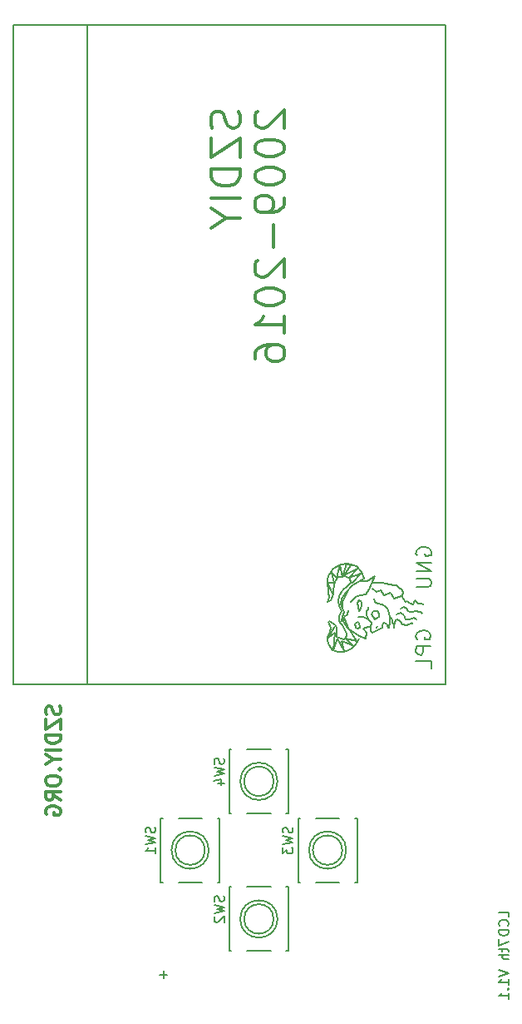
<source format=gbr>
G04 #@! TF.FileFunction,Legend,Bot*
%FSLAX45Y45*%
G04 Gerber Fmt 4.5, Leading zero omitted, Abs format (unit mm)*
G04 Created by KiCad (PCBNEW 4.0.2+dfsg1-stable) date Sat May  7 02:04:56 2016*
%MOMM*%
G01*
G04 APERTURE LIST*
%ADD10C,0.100000*%
%ADD11C,0.150000*%
%ADD12C,0.300000*%
%ADD13C,0.200000*%
G04 APERTURE END LIST*
D10*
D11*
X9045238Y-13069524D02*
X9045238Y-13021905D01*
X8945238Y-13021905D01*
X9035714Y-13160000D02*
X9040476Y-13155238D01*
X9045238Y-13140952D01*
X9045238Y-13131429D01*
X9040476Y-13117143D01*
X9030952Y-13107619D01*
X9021429Y-13102857D01*
X9002381Y-13098095D01*
X8988095Y-13098095D01*
X8969048Y-13102857D01*
X8959524Y-13107619D01*
X8950000Y-13117143D01*
X8945238Y-13131429D01*
X8945238Y-13140952D01*
X8950000Y-13155238D01*
X8954762Y-13160000D01*
X9045238Y-13202857D02*
X8945238Y-13202857D01*
X8945238Y-13226667D01*
X8950000Y-13240952D01*
X8959524Y-13250476D01*
X8969048Y-13255238D01*
X8988095Y-13260000D01*
X9002381Y-13260000D01*
X9021429Y-13255238D01*
X9030952Y-13250476D01*
X9040476Y-13240952D01*
X9045238Y-13226667D01*
X9045238Y-13202857D01*
X8945238Y-13293333D02*
X8945238Y-13360000D01*
X9045238Y-13317143D01*
X8978571Y-13383809D02*
X8978571Y-13421905D01*
X8945238Y-13398095D02*
X9030952Y-13398095D01*
X9040476Y-13402857D01*
X9045238Y-13412381D01*
X9045238Y-13421905D01*
X9045238Y-13455238D02*
X8945238Y-13455238D01*
X9045238Y-13498095D02*
X8992857Y-13498095D01*
X8983333Y-13493333D01*
X8978571Y-13483810D01*
X8978571Y-13469524D01*
X8983333Y-13460000D01*
X8988095Y-13455238D01*
X8945238Y-13607619D02*
X9045238Y-13640952D01*
X8945238Y-13674286D01*
X9045238Y-13760000D02*
X9045238Y-13702857D01*
X9045238Y-13731429D02*
X8945238Y-13731429D01*
X8959524Y-13721905D01*
X8969048Y-13712381D01*
X8973810Y-13702857D01*
X9035714Y-13802857D02*
X9040476Y-13807619D01*
X9045238Y-13802857D01*
X9040476Y-13798095D01*
X9035714Y-13802857D01*
X9045238Y-13802857D01*
X9045238Y-13902857D02*
X9045238Y-13845714D01*
X9045238Y-13874286D02*
X8945238Y-13874286D01*
X8959524Y-13864762D01*
X8969048Y-13855238D01*
X8973810Y-13845714D01*
X5568095Y-13657143D02*
X5491905Y-13657143D01*
X5530000Y-13695238D02*
X5530000Y-13619048D01*
D12*
X4470714Y-10926429D02*
X4477857Y-10947857D01*
X4477857Y-10983572D01*
X4470714Y-10997857D01*
X4463571Y-11005000D01*
X4449286Y-11012143D01*
X4435000Y-11012143D01*
X4420714Y-11005000D01*
X4413571Y-10997857D01*
X4406429Y-10983572D01*
X4399286Y-10955000D01*
X4392143Y-10940714D01*
X4385000Y-10933572D01*
X4370714Y-10926429D01*
X4356429Y-10926429D01*
X4342143Y-10933572D01*
X4335000Y-10940714D01*
X4327857Y-10955000D01*
X4327857Y-10990714D01*
X4335000Y-11012143D01*
X4327857Y-11062143D02*
X4327857Y-11162143D01*
X4477857Y-11062143D01*
X4477857Y-11162143D01*
X4477857Y-11219286D02*
X4327857Y-11219286D01*
X4327857Y-11255000D01*
X4335000Y-11276428D01*
X4349286Y-11290714D01*
X4363571Y-11297857D01*
X4392143Y-11305000D01*
X4413571Y-11305000D01*
X4442143Y-11297857D01*
X4456429Y-11290714D01*
X4470714Y-11276428D01*
X4477857Y-11255000D01*
X4477857Y-11219286D01*
X4477857Y-11369286D02*
X4327857Y-11369286D01*
X4406429Y-11469286D02*
X4477857Y-11469286D01*
X4327857Y-11419286D02*
X4406429Y-11469286D01*
X4327857Y-11519286D01*
X4463571Y-11569286D02*
X4470714Y-11576428D01*
X4477857Y-11569286D01*
X4470714Y-11562143D01*
X4463571Y-11569286D01*
X4477857Y-11569286D01*
X4327857Y-11669286D02*
X4327857Y-11697857D01*
X4335000Y-11712143D01*
X4349286Y-11726429D01*
X4377857Y-11733571D01*
X4427857Y-11733571D01*
X4456429Y-11726429D01*
X4470714Y-11712143D01*
X4477857Y-11697857D01*
X4477857Y-11669286D01*
X4470714Y-11655000D01*
X4456429Y-11640714D01*
X4427857Y-11633571D01*
X4377857Y-11633571D01*
X4349286Y-11640714D01*
X4335000Y-11655000D01*
X4327857Y-11669286D01*
X4477857Y-11883571D02*
X4406429Y-11833571D01*
X4477857Y-11797857D02*
X4327857Y-11797857D01*
X4327857Y-11855000D01*
X4335000Y-11869286D01*
X4342143Y-11876429D01*
X4356429Y-11883571D01*
X4377857Y-11883571D01*
X4392143Y-11876429D01*
X4399286Y-11869286D01*
X4406429Y-11855000D01*
X4406429Y-11797857D01*
X4335000Y-12026429D02*
X4327857Y-12012143D01*
X4327857Y-11990714D01*
X4335000Y-11969286D01*
X4349286Y-11955000D01*
X4363571Y-11947857D01*
X4392143Y-11940714D01*
X4413571Y-11940714D01*
X4442143Y-11947857D01*
X4456429Y-11955000D01*
X4470714Y-11969286D01*
X4477857Y-11990714D01*
X4477857Y-12005000D01*
X4470714Y-12026429D01*
X4463571Y-12033571D01*
X4413571Y-12033571D01*
X4413571Y-12005000D01*
X6296429Y-4877143D02*
X6310714Y-4920000D01*
X6310714Y-4991429D01*
X6296429Y-5020000D01*
X6282143Y-5034286D01*
X6253571Y-5048571D01*
X6225000Y-5048571D01*
X6196429Y-5034286D01*
X6182143Y-5020000D01*
X6167857Y-4991429D01*
X6153571Y-4934286D01*
X6139286Y-4905714D01*
X6125000Y-4891429D01*
X6096429Y-4877143D01*
X6067857Y-4877143D01*
X6039286Y-4891429D01*
X6025000Y-4905714D01*
X6010714Y-4934286D01*
X6010714Y-5005714D01*
X6025000Y-5048571D01*
X6010714Y-5148571D02*
X6010714Y-5348571D01*
X6310714Y-5148571D01*
X6310714Y-5348571D01*
X6310714Y-5462857D02*
X6010714Y-5462857D01*
X6010714Y-5534286D01*
X6025000Y-5577143D01*
X6053571Y-5605714D01*
X6082143Y-5620000D01*
X6139286Y-5634286D01*
X6182143Y-5634286D01*
X6239286Y-5620000D01*
X6267857Y-5605714D01*
X6296429Y-5577143D01*
X6310714Y-5534286D01*
X6310714Y-5462857D01*
X6310714Y-5762857D02*
X6010714Y-5762857D01*
X6167857Y-5962857D02*
X6310714Y-5962857D01*
X6010714Y-5862857D02*
X6167857Y-5962857D01*
X6010714Y-6062857D01*
X6489286Y-4877143D02*
X6475000Y-4891429D01*
X6460714Y-4920000D01*
X6460714Y-4991429D01*
X6475000Y-5020000D01*
X6489286Y-5034286D01*
X6517857Y-5048571D01*
X6546429Y-5048571D01*
X6589286Y-5034286D01*
X6760714Y-4862857D01*
X6760714Y-5048571D01*
X6460714Y-5234286D02*
X6460714Y-5262857D01*
X6475000Y-5291429D01*
X6489286Y-5305714D01*
X6517857Y-5320000D01*
X6575000Y-5334286D01*
X6646429Y-5334286D01*
X6703571Y-5320000D01*
X6732143Y-5305714D01*
X6746429Y-5291429D01*
X6760714Y-5262857D01*
X6760714Y-5234286D01*
X6746429Y-5205714D01*
X6732143Y-5191429D01*
X6703571Y-5177143D01*
X6646429Y-5162857D01*
X6575000Y-5162857D01*
X6517857Y-5177143D01*
X6489286Y-5191429D01*
X6475000Y-5205714D01*
X6460714Y-5234286D01*
X6460714Y-5520000D02*
X6460714Y-5548572D01*
X6475000Y-5577143D01*
X6489286Y-5591429D01*
X6517857Y-5605714D01*
X6575000Y-5620000D01*
X6646429Y-5620000D01*
X6703571Y-5605714D01*
X6732143Y-5591429D01*
X6746429Y-5577143D01*
X6760714Y-5548572D01*
X6760714Y-5520000D01*
X6746429Y-5491429D01*
X6732143Y-5477143D01*
X6703571Y-5462857D01*
X6646429Y-5448572D01*
X6575000Y-5448572D01*
X6517857Y-5462857D01*
X6489286Y-5477143D01*
X6475000Y-5491429D01*
X6460714Y-5520000D01*
X6760714Y-5762857D02*
X6760714Y-5820000D01*
X6746429Y-5848571D01*
X6732143Y-5862857D01*
X6689286Y-5891429D01*
X6632143Y-5905714D01*
X6517857Y-5905714D01*
X6489286Y-5891429D01*
X6475000Y-5877143D01*
X6460714Y-5848571D01*
X6460714Y-5791429D01*
X6475000Y-5762857D01*
X6489286Y-5748571D01*
X6517857Y-5734286D01*
X6589286Y-5734286D01*
X6617857Y-5748571D01*
X6632143Y-5762857D01*
X6646429Y-5791429D01*
X6646429Y-5848571D01*
X6632143Y-5877143D01*
X6617857Y-5891429D01*
X6589286Y-5905714D01*
X6646429Y-6034286D02*
X6646429Y-6262857D01*
X6489286Y-6391429D02*
X6475000Y-6405714D01*
X6460714Y-6434286D01*
X6460714Y-6505714D01*
X6475000Y-6534286D01*
X6489286Y-6548571D01*
X6517857Y-6562857D01*
X6546429Y-6562857D01*
X6589286Y-6548571D01*
X6760714Y-6377143D01*
X6760714Y-6562857D01*
X6460714Y-6748571D02*
X6460714Y-6777143D01*
X6475000Y-6805714D01*
X6489286Y-6820000D01*
X6517857Y-6834286D01*
X6575000Y-6848571D01*
X6646429Y-6848571D01*
X6703571Y-6834286D01*
X6732143Y-6820000D01*
X6746429Y-6805714D01*
X6760714Y-6777143D01*
X6760714Y-6748571D01*
X6746429Y-6720000D01*
X6732143Y-6705714D01*
X6703571Y-6691429D01*
X6646429Y-6677143D01*
X6575000Y-6677143D01*
X6517857Y-6691429D01*
X6489286Y-6705714D01*
X6475000Y-6720000D01*
X6460714Y-6748571D01*
X6760714Y-7134286D02*
X6760714Y-6962857D01*
X6760714Y-7048571D02*
X6460714Y-7048571D01*
X6503571Y-7020000D01*
X6532143Y-6991429D01*
X6546429Y-6962857D01*
X6460714Y-7391429D02*
X6460714Y-7334286D01*
X6475000Y-7305714D01*
X6489286Y-7291429D01*
X6532143Y-7262857D01*
X6589286Y-7248572D01*
X6703571Y-7248572D01*
X6732143Y-7262857D01*
X6746429Y-7277143D01*
X6760714Y-7305714D01*
X6760714Y-7362857D01*
X6746429Y-7391429D01*
X6732143Y-7405714D01*
X6703571Y-7420000D01*
X6632143Y-7420000D01*
X6603571Y-7405714D01*
X6589286Y-7391429D01*
X6575000Y-7362857D01*
X6575000Y-7305714D01*
X6589286Y-7277143D01*
X6603571Y-7262857D01*
X6632143Y-7248572D01*
D13*
X4750000Y-4000000D02*
X4750000Y-10700000D01*
X4000000Y-10700000D02*
X4000000Y-4000000D01*
X4400000Y-10700000D02*
X4000000Y-10700000D01*
X8400000Y-10700000D02*
X4400000Y-10700000D01*
X8400000Y-4000000D02*
X8400000Y-10700000D01*
X4000000Y-4000000D02*
X8400000Y-4000000D01*
D11*
X5500000Y-12715000D02*
X5520000Y-12715000D01*
X6100000Y-12715000D02*
X6080000Y-12715000D01*
X6100000Y-12065000D02*
X6080000Y-12065000D01*
X5500000Y-12065000D02*
X5520000Y-12065000D01*
X5680000Y-12065000D02*
X5920000Y-12065000D01*
X5680000Y-12715000D02*
X5920000Y-12715000D01*
X5500000Y-12715000D02*
X5500000Y-12065000D01*
X6100000Y-12065000D02*
X6100000Y-12715000D01*
X5990000Y-12390000D02*
G75*
G03X5990000Y-12390000I-190000J0D01*
G01*
X5950000Y-12390000D02*
G75*
G03X5950000Y-12390000I-150000J0D01*
G01*
X6200000Y-13415000D02*
X6220000Y-13415000D01*
X6800000Y-13415000D02*
X6780000Y-13415000D01*
X6800000Y-12765000D02*
X6780000Y-12765000D01*
X6200000Y-12765000D02*
X6220000Y-12765000D01*
X6380000Y-12765000D02*
X6620000Y-12765000D01*
X6380000Y-13415000D02*
X6620000Y-13415000D01*
X6200000Y-13415000D02*
X6200000Y-12765000D01*
X6800000Y-12765000D02*
X6800000Y-13415000D01*
X6690000Y-13090000D02*
G75*
G03X6690000Y-13090000I-190000J0D01*
G01*
X6650000Y-13090000D02*
G75*
G03X6650000Y-13090000I-150000J0D01*
G01*
X8095018Y-10469938D02*
X8255038Y-10469938D01*
X8255038Y-10469938D02*
X8255038Y-10540042D01*
X8249958Y-10314998D02*
X8104924Y-10314998D01*
X8104924Y-10314998D02*
X8100098Y-10370116D01*
X8100098Y-10370116D02*
X8119910Y-10395008D01*
X8119910Y-10395008D02*
X8160042Y-10404914D01*
X8160042Y-10404914D02*
X8175028Y-10374942D01*
X8175028Y-10374942D02*
X8169948Y-10324904D01*
X8110004Y-10244894D02*
X8100098Y-10220002D01*
X8100098Y-10220002D02*
X8104924Y-10190030D01*
X8104924Y-10190030D02*
X8139976Y-10160058D01*
X8139976Y-10160058D02*
X8190014Y-10154978D01*
X8190014Y-10154978D02*
X8234972Y-10169964D01*
X8234972Y-10169964D02*
X8249958Y-10205016D01*
X8249958Y-10205016D02*
X8240052Y-10249974D01*
X8240052Y-10249974D02*
X8190014Y-10249974D01*
X8190014Y-10249974D02*
X8190014Y-10220002D01*
X8104924Y-9624880D02*
X8219986Y-9624880D01*
X8219986Y-9624880D02*
X8244878Y-9640120D01*
X8244878Y-9640120D02*
X8260118Y-9674918D01*
X8260118Y-9674918D02*
X8244878Y-9704890D01*
X8244878Y-9704890D02*
X8214906Y-9715050D01*
X8214906Y-9715050D02*
X8104924Y-9715050D01*
X8260118Y-9469940D02*
X8104924Y-9469940D01*
X8104924Y-9469940D02*
X8255038Y-9555030D01*
X8255038Y-9555030D02*
X8104924Y-9555030D01*
X8110004Y-9395010D02*
X8100098Y-9374944D01*
X8100098Y-9374944D02*
X8115084Y-9329986D01*
X8115084Y-9329986D02*
X8154962Y-9309920D01*
X8154962Y-9309920D02*
X8199920Y-9309920D01*
X8199920Y-9309920D02*
X8240052Y-9324906D01*
X8240052Y-9324906D02*
X8255038Y-9354878D01*
X8255038Y-9354878D02*
X8255038Y-9395010D01*
X8255038Y-9395010D02*
X8199920Y-9400090D01*
X8199920Y-9400090D02*
X8190014Y-9374944D01*
X7454938Y-9674918D02*
X7534948Y-9575096D01*
X7534948Y-9575096D02*
X7419886Y-9620054D01*
X7419886Y-9620054D02*
X7499896Y-9525058D01*
X7499896Y-9525058D02*
X7370102Y-9594908D01*
X7370102Y-9594908D02*
X7435126Y-9490006D01*
X7435126Y-9490006D02*
X7389914Y-9480100D01*
X7389914Y-9480100D02*
X7355116Y-9609894D01*
X7355116Y-9609894D02*
X7329970Y-9495086D01*
X7329970Y-9495086D02*
X7290092Y-9620054D01*
X7290092Y-9620054D02*
X7240054Y-9570016D01*
X7240054Y-9570016D02*
X7264946Y-9674918D01*
X7264946Y-9674918D02*
X7199922Y-9670092D01*
X7199922Y-9670092D02*
X7249960Y-9780074D01*
X7370102Y-10024930D02*
X7389914Y-10089954D01*
X7389914Y-10089954D02*
X7409980Y-10130086D01*
X7409980Y-10130086D02*
X7495070Y-10259880D01*
X7495070Y-10259880D02*
X7385088Y-10234988D01*
X7385088Y-10234988D02*
X7454938Y-10309918D01*
X7454938Y-10309918D02*
X7344956Y-10264960D01*
X7344956Y-10264960D02*
X7370102Y-10365036D01*
X7370102Y-10365036D02*
X7299998Y-10240068D01*
X7299998Y-10240068D02*
X7255040Y-10354876D01*
X7255040Y-10354876D02*
X7275106Y-10180124D01*
X7275106Y-10180124D02*
X7205002Y-10229908D01*
X7205002Y-10229908D02*
X7275106Y-10115100D01*
X7339876Y-10035090D02*
X7344956Y-10059982D01*
X7415060Y-9745022D02*
X7385088Y-9795060D01*
X7385088Y-9795060D02*
X7350036Y-9869990D01*
X7350036Y-9869990D02*
X7350036Y-9905042D01*
X7970050Y-9765088D02*
X7949984Y-9739942D01*
X7949984Y-9739942D02*
X7929918Y-9724956D01*
X7929918Y-9724956D02*
X7905026Y-9700064D01*
X7905026Y-9700064D02*
X7875054Y-9694984D01*
X7875054Y-9694984D02*
X7834922Y-9685078D01*
X7834922Y-9685078D02*
X7795044Y-9679998D01*
X7795044Y-9679998D02*
X7754912Y-9674918D01*
X7754912Y-9674918D02*
X7704874Y-9674918D01*
X7704874Y-9674918D02*
X7655090Y-9674918D01*
X7970050Y-9774994D02*
X7964970Y-9795060D01*
X7655090Y-9730036D02*
X7700048Y-9760008D01*
X7700048Y-9760008D02*
X7745006Y-9750102D01*
X7745006Y-9750102D02*
X7774978Y-9795060D01*
X7774978Y-9795060D02*
X7840002Y-9774994D01*
X7840002Y-9774994D02*
X7879880Y-9830112D01*
X7879880Y-9830112D02*
X7949984Y-9810046D01*
X7949984Y-9810046D02*
X7994942Y-9864910D01*
X8169948Y-9890056D02*
X8180108Y-9884976D01*
X8005102Y-9860084D02*
X8044980Y-9879896D01*
X8044980Y-9879896D02*
X8074952Y-9890056D01*
X8074952Y-9890056D02*
X8085112Y-9849924D01*
X8085112Y-9849924D02*
X8119910Y-9884976D01*
X8119910Y-9884976D02*
X8149882Y-9879896D01*
X8149882Y-9879896D02*
X8165122Y-9884976D01*
X7940078Y-9935014D02*
X7979956Y-9920028D01*
X7979956Y-9920028D02*
X8000022Y-9929934D01*
X8000022Y-9929934D02*
X8020088Y-9955080D01*
X8020088Y-9955080D02*
X8039900Y-9970066D01*
X8039900Y-9970066D02*
X8070126Y-9964986D01*
X8070126Y-9964986D02*
X8089938Y-9959906D01*
X8089938Y-9959906D02*
X8145056Y-9964986D01*
X8145056Y-9964986D02*
X8165122Y-9985052D01*
X7899946Y-9994958D02*
X7944904Y-9974892D01*
X7944904Y-9974892D02*
X7974876Y-10005118D01*
X7974876Y-10005118D02*
X7994942Y-10044996D01*
X7994942Y-10044996D02*
X8039900Y-10039916D01*
X8039900Y-10039916D02*
X8080032Y-10024930D01*
X8080032Y-10024930D02*
X8104924Y-10039916D01*
X8059966Y-10080048D02*
X8059966Y-10084874D01*
X7864894Y-10074968D02*
X7875054Y-10100114D01*
X7875054Y-10100114D02*
X7875054Y-10125006D01*
X7875054Y-10125006D02*
X7879880Y-10104940D01*
X7879880Y-10104940D02*
X7890040Y-10050076D01*
X7890040Y-10050076D02*
X7905026Y-10044996D01*
X7905026Y-10044996D02*
X7925092Y-10050076D01*
X7925092Y-10050076D02*
X7944904Y-10069888D01*
X7944904Y-10069888D02*
X7964970Y-10095034D01*
X7964970Y-10095034D02*
X8000022Y-10104940D01*
X8000022Y-10104940D02*
X8029994Y-10095034D01*
X8029994Y-10095034D02*
X8059966Y-10080048D01*
X7834922Y-10009944D02*
X7860068Y-10050076D01*
X7860068Y-10050076D02*
X7860068Y-10074968D01*
X7825016Y-10130086D02*
X7834922Y-10069888D01*
X7834922Y-10069888D02*
X7830096Y-10024930D01*
X7830096Y-10024930D02*
X7825016Y-9974892D01*
X7825016Y-9974892D02*
X7810030Y-9929934D01*
X7810030Y-9929934D02*
X7789964Y-9914948D01*
X7789964Y-9914948D02*
X7754912Y-9894882D01*
X7754912Y-9894882D02*
X7704874Y-9879896D01*
X7704874Y-9879896D02*
X7679982Y-9864910D01*
X7679982Y-9864910D02*
X7674902Y-9834938D01*
X7754912Y-10130086D02*
X7754912Y-10115100D01*
X7754912Y-10115100D02*
X7765072Y-10074968D01*
X7765072Y-10074968D02*
X7800124Y-10089954D01*
X7800124Y-10089954D02*
X7819936Y-10125006D01*
X7570000Y-10125006D02*
X7635024Y-10119926D01*
X7620038Y-10050076D02*
X7635024Y-10059982D01*
X7635024Y-10059982D02*
X7650010Y-10074968D01*
X7650010Y-10074968D02*
X7650010Y-10089954D01*
X7650010Y-10089954D02*
X7640104Y-10110020D01*
X7640104Y-10110020D02*
X7640104Y-10130086D01*
X7614958Y-10035090D02*
X7599972Y-10005118D01*
X7599972Y-10005118D02*
X7599972Y-9974892D01*
X7599972Y-9974892D02*
X7599972Y-9959906D01*
X7599972Y-9959906D02*
X7609878Y-9940094D01*
X7609878Y-9940094D02*
X7614958Y-9920028D01*
X7514882Y-10015024D02*
X7560094Y-10020104D01*
X7560094Y-10020104D02*
X7599972Y-10035090D01*
X7599972Y-10035090D02*
X7614958Y-10044996D01*
X7694968Y-10125006D02*
X7709954Y-10115100D01*
X7685062Y-10039916D02*
X7650010Y-9994958D01*
X7650010Y-9994958D02*
X7664996Y-9955080D01*
X7664996Y-9955080D02*
X7704874Y-9959906D01*
X7704874Y-9959906D02*
X7720114Y-9985052D01*
X7720114Y-9985052D02*
X7720114Y-10015024D01*
X7720114Y-10015024D02*
X7709954Y-10024930D01*
X7709954Y-10024930D02*
X7685062Y-10039916D01*
X7510056Y-10069888D02*
X7475004Y-10084874D01*
X7475004Y-10084874D02*
X7484910Y-10125006D01*
X7484910Y-10125006D02*
X7504976Y-10134912D01*
X7504976Y-10134912D02*
X7530122Y-10125006D01*
X7530122Y-10125006D02*
X7519962Y-10080048D01*
X7525042Y-9955080D02*
X7510056Y-9920028D01*
X7510056Y-9920028D02*
X7499896Y-9875070D01*
X7499896Y-9875070D02*
X7525042Y-9849924D01*
X7525042Y-9849924D02*
X7549934Y-9869990D01*
X7549934Y-9869990D02*
X7549934Y-9910122D01*
X7549934Y-9910122D02*
X7530122Y-9950000D01*
X7415060Y-9950000D02*
X7400074Y-9989878D01*
X7400074Y-9989878D02*
X7365022Y-10015024D01*
X7545108Y-9650026D02*
X7605052Y-9650026D01*
X7605052Y-9650026D02*
X7679982Y-9599988D01*
X7679982Y-9599988D02*
X7625118Y-9739942D01*
X7625118Y-9739942D02*
X7590066Y-9789980D01*
X7590066Y-9789980D02*
X7495070Y-9804966D01*
X7495070Y-9804966D02*
X7439952Y-9864910D01*
X7219988Y-10059982D02*
X7279932Y-10104940D01*
X7279932Y-10104940D02*
X7290092Y-10139992D01*
X7290092Y-10139992D02*
X7290092Y-10184950D01*
X7290092Y-10184950D02*
X7294918Y-10220002D01*
X7294918Y-10220002D02*
X7335050Y-10240068D01*
X7335050Y-10240068D02*
X7365022Y-10244894D01*
X7365022Y-10244894D02*
X7389914Y-10214922D01*
X7389914Y-10214922D02*
X7394994Y-10184950D01*
X7394994Y-10184950D02*
X7380008Y-10149898D01*
X7380008Y-10149898D02*
X7350036Y-10104940D01*
X7350036Y-10104940D02*
X7329970Y-10080048D01*
X7329970Y-10080048D02*
X7314984Y-10050076D01*
X7314984Y-10050076D02*
X7314984Y-10009944D01*
X7314984Y-10009944D02*
X7339876Y-9959906D01*
X7339876Y-9959906D02*
X7335050Y-9940094D01*
X7335050Y-9940094D02*
X7320064Y-9910122D01*
X7320064Y-9910122D02*
X7309904Y-9860084D01*
X7309904Y-9860084D02*
X7314984Y-9810046D01*
X7314984Y-9810046D02*
X7355116Y-9750102D01*
X7355116Y-9750102D02*
X7400074Y-9704890D01*
X7400074Y-9704890D02*
X7439952Y-9670092D01*
X7439952Y-9670092D02*
X7424966Y-9624880D01*
X7424966Y-9624880D02*
X7374928Y-9605068D01*
X7374928Y-9605068D02*
X7309904Y-9614974D01*
X7309904Y-9614974D02*
X7285012Y-9644946D01*
X7285012Y-9644946D02*
X7270026Y-9689904D01*
X7270026Y-9689904D02*
X7255040Y-9754928D01*
X7255040Y-9754928D02*
X7260120Y-9789980D01*
X7260120Y-9789980D02*
X7234974Y-9845098D01*
X7234974Y-9845098D02*
X7199922Y-9864910D01*
X7199922Y-9864910D02*
X7214908Y-9825032D01*
X7214908Y-9825032D02*
X7210082Y-9760008D01*
X7210082Y-9760008D02*
X7195096Y-9665012D01*
X7195096Y-9665012D02*
X7199922Y-9624880D01*
X7199922Y-9624880D02*
X7214908Y-9590082D01*
X7214908Y-9590082D02*
X7255040Y-9529884D01*
X7255040Y-9529884D02*
X7335050Y-9484926D01*
X7335050Y-9484926D02*
X7404900Y-9475020D01*
X7404900Y-9475020D02*
X7495070Y-9504992D01*
X7495070Y-9504992D02*
X7545108Y-9560110D01*
X7545108Y-9560110D02*
X7570000Y-9624880D01*
X7570000Y-9624880D02*
X7450112Y-9700064D01*
X7450112Y-9700064D02*
X7385088Y-9769914D01*
X7385088Y-9769914D02*
X7339876Y-9830112D01*
X7339876Y-9830112D02*
X7335050Y-9884976D01*
X7335050Y-9884976D02*
X7355116Y-9929934D01*
X7355116Y-9929934D02*
X7365022Y-9970066D01*
X7365022Y-9970066D02*
X7350036Y-10015024D01*
X7350036Y-10015024D02*
X7359942Y-10059982D01*
X7359942Y-10059982D02*
X7389914Y-10119926D01*
X7389914Y-10119926D02*
X7415060Y-10139992D01*
X7415060Y-10139992D02*
X7525042Y-10210096D01*
X7525042Y-10210096D02*
X7590066Y-10240068D01*
X7590066Y-10240068D02*
X7599972Y-10180124D01*
X7599972Y-10180124D02*
X7560094Y-10134912D01*
X7640104Y-10125006D02*
X7640104Y-10164884D01*
X7640104Y-10164884D02*
X7655090Y-10180124D01*
X7655090Y-10180124D02*
X7754912Y-10130086D01*
X7210082Y-10065062D02*
X7234974Y-10125006D01*
X7234974Y-10125006D02*
X7225068Y-10169964D01*
X7225068Y-10169964D02*
X7199922Y-10220002D01*
X7199922Y-10220002D02*
X7195096Y-10264960D01*
X7195096Y-10264960D02*
X7219988Y-10309918D01*
X7219988Y-10309918D02*
X7249960Y-10354876D01*
X7249960Y-10354876D02*
X7305078Y-10374942D01*
X7305078Y-10374942D02*
X7350036Y-10374942D01*
X7350036Y-10374942D02*
X7389914Y-10365036D01*
X7389914Y-10365036D02*
X7445032Y-10339890D01*
X7445032Y-10339890D02*
X7484910Y-10294932D01*
X7484910Y-10294932D02*
X7525042Y-10240068D01*
X6200000Y-12015000D02*
X6220000Y-12015000D01*
X6800000Y-12015000D02*
X6780000Y-12015000D01*
X6800000Y-11365000D02*
X6780000Y-11365000D01*
X6200000Y-11365000D02*
X6220000Y-11365000D01*
X6380000Y-11365000D02*
X6620000Y-11365000D01*
X6380000Y-12015000D02*
X6620000Y-12015000D01*
X6200000Y-12015000D02*
X6200000Y-11365000D01*
X6800000Y-11365000D02*
X6800000Y-12015000D01*
X6690000Y-11690000D02*
G75*
G03X6690000Y-11690000I-190000J0D01*
G01*
X6650000Y-11690000D02*
G75*
G03X6650000Y-11690000I-150000J0D01*
G01*
X6900000Y-12715000D02*
X6920000Y-12715000D01*
X7500000Y-12715000D02*
X7480000Y-12715000D01*
X7500000Y-12065000D02*
X7480000Y-12065000D01*
X6900000Y-12065000D02*
X6920000Y-12065000D01*
X7080000Y-12065000D02*
X7320000Y-12065000D01*
X7080000Y-12715000D02*
X7320000Y-12715000D01*
X6900000Y-12715000D02*
X6900000Y-12065000D01*
X7500000Y-12065000D02*
X7500000Y-12715000D01*
X7390000Y-12390000D02*
G75*
G03X7390000Y-12390000I-190000J0D01*
G01*
X7350000Y-12390000D02*
G75*
G03X7350000Y-12390000I-150000J0D01*
G01*
X5440476Y-12156667D02*
X5445238Y-12170952D01*
X5445238Y-12194762D01*
X5440476Y-12204286D01*
X5435714Y-12209048D01*
X5426191Y-12213810D01*
X5416667Y-12213810D01*
X5407143Y-12209048D01*
X5402381Y-12204286D01*
X5397619Y-12194762D01*
X5392857Y-12175714D01*
X5388095Y-12166190D01*
X5383333Y-12161429D01*
X5373810Y-12156667D01*
X5364286Y-12156667D01*
X5354762Y-12161429D01*
X5350000Y-12166190D01*
X5345238Y-12175714D01*
X5345238Y-12199524D01*
X5350000Y-12213810D01*
X5345238Y-12247143D02*
X5445238Y-12270952D01*
X5373810Y-12290000D01*
X5445238Y-12309048D01*
X5345238Y-12332857D01*
X5445238Y-12423333D02*
X5445238Y-12366190D01*
X5445238Y-12394762D02*
X5345238Y-12394762D01*
X5359524Y-12385238D01*
X5369048Y-12375714D01*
X5373810Y-12366190D01*
X6140476Y-12856667D02*
X6145238Y-12870952D01*
X6145238Y-12894762D01*
X6140476Y-12904286D01*
X6135714Y-12909048D01*
X6126190Y-12913810D01*
X6116667Y-12913810D01*
X6107143Y-12909048D01*
X6102381Y-12904286D01*
X6097619Y-12894762D01*
X6092857Y-12875714D01*
X6088095Y-12866190D01*
X6083333Y-12861429D01*
X6073809Y-12856667D01*
X6064286Y-12856667D01*
X6054762Y-12861429D01*
X6050000Y-12866190D01*
X6045238Y-12875714D01*
X6045238Y-12899524D01*
X6050000Y-12913810D01*
X6045238Y-12947143D02*
X6145238Y-12970952D01*
X6073809Y-12990000D01*
X6145238Y-13009048D01*
X6045238Y-13032857D01*
X6054762Y-13066190D02*
X6050000Y-13070952D01*
X6045238Y-13080476D01*
X6045238Y-13104286D01*
X6050000Y-13113810D01*
X6054762Y-13118571D01*
X6064286Y-13123333D01*
X6073809Y-13123333D01*
X6088095Y-13118571D01*
X6145238Y-13061429D01*
X6145238Y-13123333D01*
X6140476Y-11456667D02*
X6145238Y-11470952D01*
X6145238Y-11494762D01*
X6140476Y-11504286D01*
X6135714Y-11509048D01*
X6126190Y-11513810D01*
X6116667Y-11513810D01*
X6107143Y-11509048D01*
X6102381Y-11504286D01*
X6097619Y-11494762D01*
X6092857Y-11475714D01*
X6088095Y-11466190D01*
X6083333Y-11461429D01*
X6073809Y-11456667D01*
X6064286Y-11456667D01*
X6054762Y-11461429D01*
X6050000Y-11466190D01*
X6045238Y-11475714D01*
X6045238Y-11499524D01*
X6050000Y-11513810D01*
X6045238Y-11547143D02*
X6145238Y-11570952D01*
X6073809Y-11590000D01*
X6145238Y-11609048D01*
X6045238Y-11632857D01*
X6078571Y-11713810D02*
X6145238Y-11713810D01*
X6040476Y-11690000D02*
X6111905Y-11666190D01*
X6111905Y-11728095D01*
X6840476Y-12156667D02*
X6845238Y-12170952D01*
X6845238Y-12194762D01*
X6840476Y-12204286D01*
X6835714Y-12209048D01*
X6826190Y-12213810D01*
X6816667Y-12213810D01*
X6807143Y-12209048D01*
X6802381Y-12204286D01*
X6797619Y-12194762D01*
X6792857Y-12175714D01*
X6788095Y-12166190D01*
X6783333Y-12161429D01*
X6773809Y-12156667D01*
X6764286Y-12156667D01*
X6754762Y-12161429D01*
X6750000Y-12166190D01*
X6745238Y-12175714D01*
X6745238Y-12199524D01*
X6750000Y-12213810D01*
X6745238Y-12247143D02*
X6845238Y-12270952D01*
X6773809Y-12290000D01*
X6845238Y-12309048D01*
X6745238Y-12332857D01*
X6745238Y-12361429D02*
X6745238Y-12423333D01*
X6783333Y-12390000D01*
X6783333Y-12404286D01*
X6788095Y-12413810D01*
X6792857Y-12418571D01*
X6802381Y-12423333D01*
X6826190Y-12423333D01*
X6835714Y-12418571D01*
X6840476Y-12413810D01*
X6845238Y-12404286D01*
X6845238Y-12375714D01*
X6840476Y-12366190D01*
X6835714Y-12361429D01*
M02*

</source>
